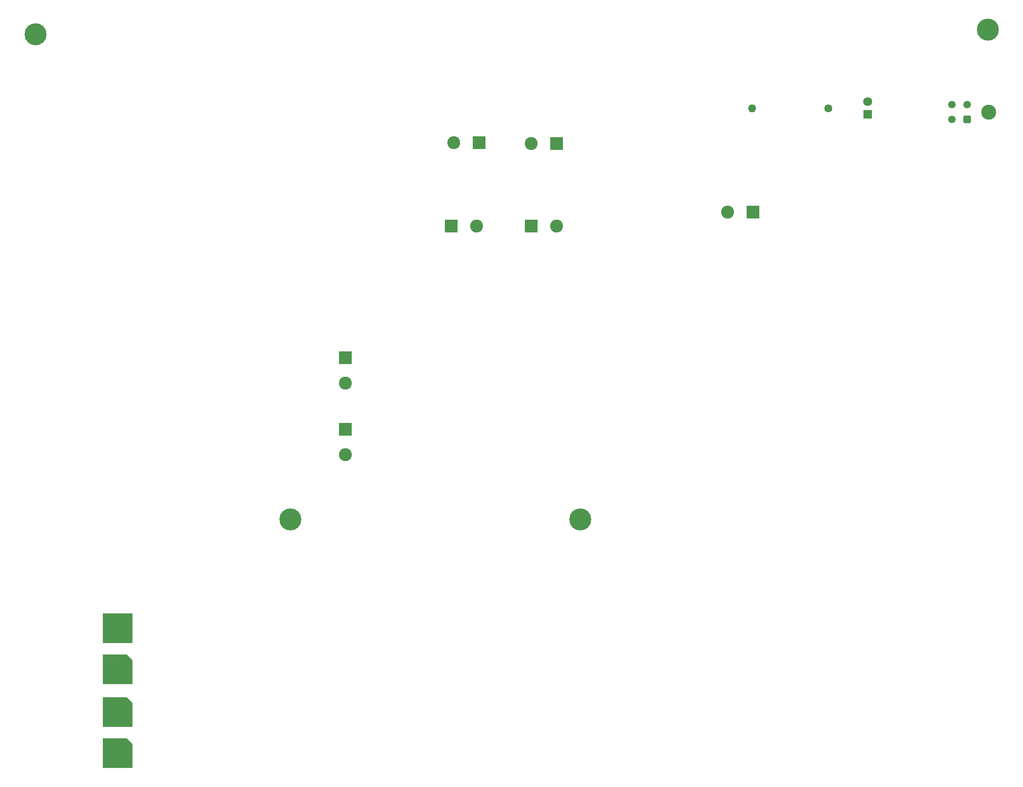
<source format=gbr>
%TF.GenerationSoftware,KiCad,Pcbnew,8.0.5-dirty*%
%TF.CreationDate,2024-10-04T17:55:26+02:00*%
%TF.ProjectId,bottom,626f7474-6f6d-42e6-9b69-6361645f7063,rev?*%
%TF.SameCoordinates,Original*%
%TF.FileFunction,Soldermask,Bot*%
%TF.FilePolarity,Negative*%
%FSLAX46Y46*%
G04 Gerber Fmt 4.6, Leading zero omitted, Abs format (unit mm)*
G04 Created by KiCad (PCBNEW 8.0.5-dirty) date 2024-10-04 17:55:26*
%MOMM*%
%LPD*%
G01*
G04 APERTURE LIST*
G04 Aperture macros list*
%AMRoundRect*
0 Rectangle with rounded corners*
0 $1 Rounding radius*
0 $2 $3 $4 $5 $6 $7 $8 $9 X,Y pos of 4 corners*
0 Add a 4 corners polygon primitive as box body*
4,1,4,$2,$3,$4,$5,$6,$7,$8,$9,$2,$3,0*
0 Add four circle primitives for the rounded corners*
1,1,$1+$1,$2,$3*
1,1,$1+$1,$4,$5*
1,1,$1+$1,$6,$7*
1,1,$1+$1,$8,$9*
0 Add four rect primitives between the rounded corners*
20,1,$1+$1,$2,$3,$4,$5,0*
20,1,$1+$1,$4,$5,$6,$7,0*
20,1,$1+$1,$6,$7,$8,$9,0*
20,1,$1+$1,$8,$9,$2,$3,0*%
%AMOutline5P*
0 Free polygon, 5 corners , with rotation*
0 The origin of the aperture is its center*
0 number of corners: always 5*
0 $1 to $10 corner X, Y*
0 $11 Rotation angle, in degrees counterclockwise*
0 create outline with 5 corners*
4,1,5,$1,$2,$3,$4,$5,$6,$7,$8,$9,$10,$1,$2,$11*%
%AMOutline6P*
0 Free polygon, 6 corners , with rotation*
0 The origin of the aperture is its center*
0 number of corners: always 6*
0 $1 to $12 corner X, Y*
0 $13 Rotation angle, in degrees counterclockwise*
0 create outline with 6 corners*
4,1,6,$1,$2,$3,$4,$5,$6,$7,$8,$9,$10,$11,$12,$1,$2,$13*%
%AMOutline7P*
0 Free polygon, 7 corners , with rotation*
0 The origin of the aperture is its center*
0 number of corners: always 7*
0 $1 to $14 corner X, Y*
0 $15 Rotation angle, in degrees counterclockwise*
0 create outline with 7 corners*
4,1,7,$1,$2,$3,$4,$5,$6,$7,$8,$9,$10,$11,$12,$13,$14,$1,$2,$15*%
%AMOutline8P*
0 Free polygon, 8 corners , with rotation*
0 The origin of the aperture is its center*
0 number of corners: always 8*
0 $1 to $16 corner X, Y*
0 $17 Rotation angle, in degrees counterclockwise*
0 create outline with 8 corners*
4,1,8,$1,$2,$3,$4,$5,$6,$7,$8,$9,$10,$11,$12,$13,$14,$15,$16,$1,$2,$17*%
G04 Aperture macros list end*
%ADD10C,1.600000*%
%ADD11O,1.600000X1.600000*%
%ADD12C,1.800000*%
%ADD13R,1.800000X1.800000*%
%ADD14R,2.600000X2.600000*%
%ADD15C,2.600000*%
%ADD16R,6.000000X6.000000*%
%ADD17Outline5P,-3.000000X1.800000X-1.800000X3.000000X3.000000X3.000000X3.000000X-3.000000X-3.000000X-3.000000X270.000000*%
%ADD18C,3.000000*%
%ADD19RoundRect,0.250001X0.499999X-0.499999X0.499999X0.499999X-0.499999X0.499999X-0.499999X-0.499999X0*%
%ADD20C,1.500000*%
%ADD21C,0.700000*%
%ADD22C,4.400000*%
G04 APERTURE END LIST*
D10*
%TO.C,R1*%
X208620000Y-32750000D03*
D11*
X193380000Y-32750000D03*
%TD*%
D12*
%TO.C,D1*%
X216475000Y-31460000D03*
D13*
X216475000Y-34000000D03*
%TD*%
D14*
%TO.C,J13*%
X149205000Y-56305000D03*
D15*
X154285000Y-56305000D03*
%TD*%
D14*
%TO.C,J10*%
X193580000Y-53500000D03*
D15*
X188500000Y-53500000D03*
%TD*%
D16*
%TO.C,UHP_OUT_1*%
X66500000Y-136750000D03*
D17*
X66500000Y-145000000D03*
X66500000Y-153500000D03*
X66500000Y-161750000D03*
%TD*%
D18*
%TO.C,J1*%
X240700000Y-33500000D03*
D19*
X236380000Y-35000000D03*
D20*
X236380000Y-32000000D03*
X233380000Y-35000000D03*
X233380000Y-32000000D03*
%TD*%
D21*
%TO.C,H3*%
X157350000Y-115000000D03*
X157833274Y-113833274D03*
X157833274Y-116166726D03*
X159000000Y-113350000D03*
D22*
X159000000Y-115000000D03*
D21*
X159000000Y-116650000D03*
X160166726Y-113833274D03*
X160166726Y-116166726D03*
X160650000Y-115000000D03*
%TD*%
%TO.C,H4*%
X238850000Y-17000000D03*
X239333274Y-15833274D03*
X239333274Y-18166726D03*
X240500000Y-15350000D03*
D22*
X240500000Y-17000000D03*
D21*
X240500000Y-18650000D03*
X241666726Y-15833274D03*
X241666726Y-18166726D03*
X242150000Y-17000000D03*
%TD*%
D14*
%TO.C,J_FAN_2*%
X112000000Y-96980000D03*
D15*
X112000000Y-102060000D03*
%TD*%
D14*
%TO.C,J5*%
X138740000Y-39610000D03*
D15*
X133660000Y-39610000D03*
%TD*%
D14*
%TO.C,J_FAN_1*%
X112000000Y-82620000D03*
D15*
X112000000Y-87700000D03*
%TD*%
D14*
%TO.C,J12*%
X133205000Y-56305000D03*
D15*
X138285000Y-56305000D03*
%TD*%
D21*
%TO.C,H2*%
X99350000Y-115000000D03*
X99833274Y-113833274D03*
X99833274Y-116166726D03*
X101000000Y-113350000D03*
D22*
X101000000Y-115000000D03*
D21*
X101000000Y-116650000D03*
X102166726Y-113833274D03*
X102166726Y-116166726D03*
X102650000Y-115000000D03*
%TD*%
%TO.C,H1*%
X48350000Y-18000000D03*
X48833274Y-16833274D03*
X48833274Y-19166726D03*
X50000000Y-16350000D03*
D22*
X50000000Y-18000000D03*
D21*
X50000000Y-19650000D03*
X51166726Y-16833274D03*
X51166726Y-19166726D03*
X51650000Y-18000000D03*
%TD*%
D14*
%TO.C,J11*%
X154285000Y-39805000D03*
D15*
X149205000Y-39805000D03*
%TD*%
M02*

</source>
